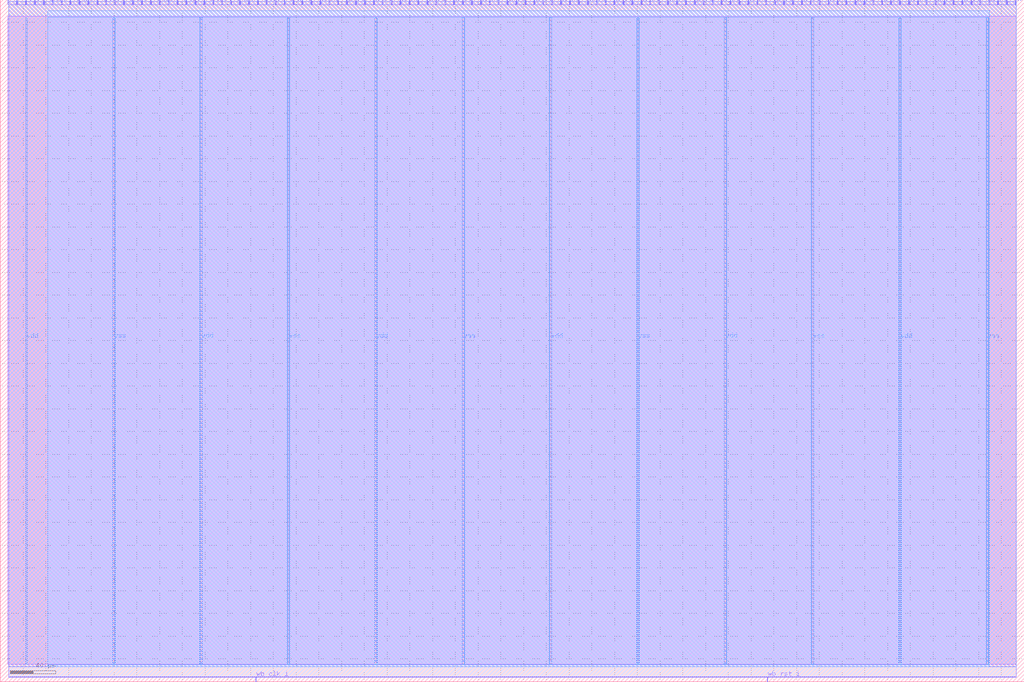
<source format=lef>
VERSION 5.7 ;
  NOWIREEXTENSIONATPIN ON ;
  DIVIDERCHAR "/" ;
  BUSBITCHARS "[]" ;
MACRO wrapped_as2650
  CLASS BLOCK ;
  FOREIGN wrapped_as2650 ;
  ORIGIN 0.000 0.000 ;
  SIZE 900.000 BY 600.000 ;
  PIN io_in[0]
    DIRECTION INPUT ;
    USE SIGNAL ;
    PORT
      LAYER Metal2 ;
        RECT 6.720 596.000 7.280 600.000 ;
    END
  END io_in[0]
  PIN io_in[10]
    DIRECTION INPUT ;
    USE SIGNAL ;
    PORT
      LAYER Metal2 ;
        RECT 241.920 596.000 242.480 600.000 ;
    END
  END io_in[10]
  PIN io_in[11]
    DIRECTION INPUT ;
    USE SIGNAL ;
    PORT
      LAYER Metal2 ;
        RECT 265.440 596.000 266.000 600.000 ;
    END
  END io_in[11]
  PIN io_in[12]
    DIRECTION INPUT ;
    USE SIGNAL ;
    PORT
      LAYER Metal2 ;
        RECT 288.960 596.000 289.520 600.000 ;
    END
  END io_in[12]
  PIN io_in[13]
    DIRECTION INPUT ;
    USE SIGNAL ;
    PORT
      LAYER Metal2 ;
        RECT 312.480 596.000 313.040 600.000 ;
    END
  END io_in[13]
  PIN io_in[14]
    DIRECTION INPUT ;
    USE SIGNAL ;
    PORT
      LAYER Metal2 ;
        RECT 336.000 596.000 336.560 600.000 ;
    END
  END io_in[14]
  PIN io_in[15]
    DIRECTION INPUT ;
    USE SIGNAL ;
    PORT
      LAYER Metal2 ;
        RECT 359.520 596.000 360.080 600.000 ;
    END
  END io_in[15]
  PIN io_in[16]
    DIRECTION INPUT ;
    USE SIGNAL ;
    PORT
      LAYER Metal2 ;
        RECT 383.040 596.000 383.600 600.000 ;
    END
  END io_in[16]
  PIN io_in[17]
    DIRECTION INPUT ;
    USE SIGNAL ;
    PORT
      LAYER Metal2 ;
        RECT 406.560 596.000 407.120 600.000 ;
    END
  END io_in[17]
  PIN io_in[18]
    DIRECTION INPUT ;
    USE SIGNAL ;
    PORT
      LAYER Metal2 ;
        RECT 430.080 596.000 430.640 600.000 ;
    END
  END io_in[18]
  PIN io_in[19]
    DIRECTION INPUT ;
    USE SIGNAL ;
    PORT
      LAYER Metal2 ;
        RECT 453.600 596.000 454.160 600.000 ;
    END
  END io_in[19]
  PIN io_in[1]
    DIRECTION INPUT ;
    USE SIGNAL ;
    PORT
      LAYER Metal2 ;
        RECT 30.240 596.000 30.800 600.000 ;
    END
  END io_in[1]
  PIN io_in[20]
    DIRECTION INPUT ;
    USE SIGNAL ;
    PORT
      LAYER Metal2 ;
        RECT 477.120 596.000 477.680 600.000 ;
    END
  END io_in[20]
  PIN io_in[21]
    DIRECTION INPUT ;
    USE SIGNAL ;
    PORT
      LAYER Metal2 ;
        RECT 500.640 596.000 501.200 600.000 ;
    END
  END io_in[21]
  PIN io_in[22]
    DIRECTION INPUT ;
    USE SIGNAL ;
    PORT
      LAYER Metal2 ;
        RECT 524.160 596.000 524.720 600.000 ;
    END
  END io_in[22]
  PIN io_in[23]
    DIRECTION INPUT ;
    USE SIGNAL ;
    PORT
      LAYER Metal2 ;
        RECT 547.680 596.000 548.240 600.000 ;
    END
  END io_in[23]
  PIN io_in[24]
    DIRECTION INPUT ;
    USE SIGNAL ;
    PORT
      LAYER Metal2 ;
        RECT 571.200 596.000 571.760 600.000 ;
    END
  END io_in[24]
  PIN io_in[25]
    DIRECTION INPUT ;
    USE SIGNAL ;
    PORT
      LAYER Metal2 ;
        RECT 594.720 596.000 595.280 600.000 ;
    END
  END io_in[25]
  PIN io_in[26]
    DIRECTION INPUT ;
    USE SIGNAL ;
    PORT
      LAYER Metal2 ;
        RECT 618.240 596.000 618.800 600.000 ;
    END
  END io_in[26]
  PIN io_in[27]
    DIRECTION INPUT ;
    USE SIGNAL ;
    PORT
      LAYER Metal2 ;
        RECT 641.760 596.000 642.320 600.000 ;
    END
  END io_in[27]
  PIN io_in[28]
    DIRECTION INPUT ;
    USE SIGNAL ;
    PORT
      LAYER Metal2 ;
        RECT 665.280 596.000 665.840 600.000 ;
    END
  END io_in[28]
  PIN io_in[29]
    DIRECTION INPUT ;
    USE SIGNAL ;
    PORT
      LAYER Metal2 ;
        RECT 688.800 596.000 689.360 600.000 ;
    END
  END io_in[29]
  PIN io_in[2]
    DIRECTION INPUT ;
    USE SIGNAL ;
    PORT
      LAYER Metal2 ;
        RECT 53.760 596.000 54.320 600.000 ;
    END
  END io_in[2]
  PIN io_in[30]
    DIRECTION INPUT ;
    USE SIGNAL ;
    PORT
      LAYER Metal2 ;
        RECT 712.320 596.000 712.880 600.000 ;
    END
  END io_in[30]
  PIN io_in[31]
    DIRECTION INPUT ;
    USE SIGNAL ;
    PORT
      LAYER Metal2 ;
        RECT 735.840 596.000 736.400 600.000 ;
    END
  END io_in[31]
  PIN io_in[32]
    DIRECTION INPUT ;
    USE SIGNAL ;
    PORT
      LAYER Metal2 ;
        RECT 759.360 596.000 759.920 600.000 ;
    END
  END io_in[32]
  PIN io_in[33]
    DIRECTION INPUT ;
    USE SIGNAL ;
    PORT
      LAYER Metal2 ;
        RECT 782.880 596.000 783.440 600.000 ;
    END
  END io_in[33]
  PIN io_in[34]
    DIRECTION INPUT ;
    USE SIGNAL ;
    PORT
      LAYER Metal2 ;
        RECT 806.400 596.000 806.960 600.000 ;
    END
  END io_in[34]
  PIN io_in[35]
    DIRECTION INPUT ;
    USE SIGNAL ;
    PORT
      LAYER Metal2 ;
        RECT 829.920 596.000 830.480 600.000 ;
    END
  END io_in[35]
  PIN io_in[36]
    DIRECTION INPUT ;
    USE SIGNAL ;
    PORT
      LAYER Metal2 ;
        RECT 853.440 596.000 854.000 600.000 ;
    END
  END io_in[36]
  PIN io_in[37]
    DIRECTION INPUT ;
    USE SIGNAL ;
    PORT
      LAYER Metal2 ;
        RECT 876.960 596.000 877.520 600.000 ;
    END
  END io_in[37]
  PIN io_in[3]
    DIRECTION INPUT ;
    USE SIGNAL ;
    PORT
      LAYER Metal2 ;
        RECT 77.280 596.000 77.840 600.000 ;
    END
  END io_in[3]
  PIN io_in[4]
    DIRECTION INPUT ;
    USE SIGNAL ;
    PORT
      LAYER Metal2 ;
        RECT 100.800 596.000 101.360 600.000 ;
    END
  END io_in[4]
  PIN io_in[5]
    DIRECTION INPUT ;
    USE SIGNAL ;
    PORT
      LAYER Metal2 ;
        RECT 124.320 596.000 124.880 600.000 ;
    END
  END io_in[5]
  PIN io_in[6]
    DIRECTION INPUT ;
    USE SIGNAL ;
    PORT
      LAYER Metal2 ;
        RECT 147.840 596.000 148.400 600.000 ;
    END
  END io_in[6]
  PIN io_in[7]
    DIRECTION INPUT ;
    USE SIGNAL ;
    PORT
      LAYER Metal2 ;
        RECT 171.360 596.000 171.920 600.000 ;
    END
  END io_in[7]
  PIN io_in[8]
    DIRECTION INPUT ;
    USE SIGNAL ;
    PORT
      LAYER Metal2 ;
        RECT 194.880 596.000 195.440 600.000 ;
    END
  END io_in[8]
  PIN io_in[9]
    DIRECTION INPUT ;
    USE SIGNAL ;
    PORT
      LAYER Metal2 ;
        RECT 218.400 596.000 218.960 600.000 ;
    END
  END io_in[9]
  PIN io_oeb[0]
    DIRECTION OUTPUT TRISTATE ;
    USE SIGNAL ;
    PORT
      LAYER Metal2 ;
        RECT 14.560 596.000 15.120 600.000 ;
    END
  END io_oeb[0]
  PIN io_oeb[10]
    DIRECTION OUTPUT TRISTATE ;
    USE SIGNAL ;
    PORT
      LAYER Metal2 ;
        RECT 249.760 596.000 250.320 600.000 ;
    END
  END io_oeb[10]
  PIN io_oeb[11]
    DIRECTION OUTPUT TRISTATE ;
    USE SIGNAL ;
    PORT
      LAYER Metal2 ;
        RECT 273.280 596.000 273.840 600.000 ;
    END
  END io_oeb[11]
  PIN io_oeb[12]
    DIRECTION OUTPUT TRISTATE ;
    USE SIGNAL ;
    PORT
      LAYER Metal2 ;
        RECT 296.800 596.000 297.360 600.000 ;
    END
  END io_oeb[12]
  PIN io_oeb[13]
    DIRECTION OUTPUT TRISTATE ;
    USE SIGNAL ;
    PORT
      LAYER Metal2 ;
        RECT 320.320 596.000 320.880 600.000 ;
    END
  END io_oeb[13]
  PIN io_oeb[14]
    DIRECTION OUTPUT TRISTATE ;
    USE SIGNAL ;
    PORT
      LAYER Metal2 ;
        RECT 343.840 596.000 344.400 600.000 ;
    END
  END io_oeb[14]
  PIN io_oeb[15]
    DIRECTION OUTPUT TRISTATE ;
    USE SIGNAL ;
    PORT
      LAYER Metal2 ;
        RECT 367.360 596.000 367.920 600.000 ;
    END
  END io_oeb[15]
  PIN io_oeb[16]
    DIRECTION OUTPUT TRISTATE ;
    USE SIGNAL ;
    PORT
      LAYER Metal2 ;
        RECT 390.880 596.000 391.440 600.000 ;
    END
  END io_oeb[16]
  PIN io_oeb[17]
    DIRECTION OUTPUT TRISTATE ;
    USE SIGNAL ;
    PORT
      LAYER Metal2 ;
        RECT 414.400 596.000 414.960 600.000 ;
    END
  END io_oeb[17]
  PIN io_oeb[18]
    DIRECTION OUTPUT TRISTATE ;
    USE SIGNAL ;
    PORT
      LAYER Metal2 ;
        RECT 437.920 596.000 438.480 600.000 ;
    END
  END io_oeb[18]
  PIN io_oeb[19]
    DIRECTION OUTPUT TRISTATE ;
    USE SIGNAL ;
    PORT
      LAYER Metal2 ;
        RECT 461.440 596.000 462.000 600.000 ;
    END
  END io_oeb[19]
  PIN io_oeb[1]
    DIRECTION OUTPUT TRISTATE ;
    USE SIGNAL ;
    PORT
      LAYER Metal2 ;
        RECT 38.080 596.000 38.640 600.000 ;
    END
  END io_oeb[1]
  PIN io_oeb[20]
    DIRECTION OUTPUT TRISTATE ;
    USE SIGNAL ;
    PORT
      LAYER Metal2 ;
        RECT 484.960 596.000 485.520 600.000 ;
    END
  END io_oeb[20]
  PIN io_oeb[21]
    DIRECTION OUTPUT TRISTATE ;
    USE SIGNAL ;
    PORT
      LAYER Metal2 ;
        RECT 508.480 596.000 509.040 600.000 ;
    END
  END io_oeb[21]
  PIN io_oeb[22]
    DIRECTION OUTPUT TRISTATE ;
    USE SIGNAL ;
    PORT
      LAYER Metal2 ;
        RECT 532.000 596.000 532.560 600.000 ;
    END
  END io_oeb[22]
  PIN io_oeb[23]
    DIRECTION OUTPUT TRISTATE ;
    USE SIGNAL ;
    PORT
      LAYER Metal2 ;
        RECT 555.520 596.000 556.080 600.000 ;
    END
  END io_oeb[23]
  PIN io_oeb[24]
    DIRECTION OUTPUT TRISTATE ;
    USE SIGNAL ;
    PORT
      LAYER Metal2 ;
        RECT 579.040 596.000 579.600 600.000 ;
    END
  END io_oeb[24]
  PIN io_oeb[25]
    DIRECTION OUTPUT TRISTATE ;
    USE SIGNAL ;
    PORT
      LAYER Metal2 ;
        RECT 602.560 596.000 603.120 600.000 ;
    END
  END io_oeb[25]
  PIN io_oeb[26]
    DIRECTION OUTPUT TRISTATE ;
    USE SIGNAL ;
    PORT
      LAYER Metal2 ;
        RECT 626.080 596.000 626.640 600.000 ;
    END
  END io_oeb[26]
  PIN io_oeb[27]
    DIRECTION OUTPUT TRISTATE ;
    USE SIGNAL ;
    PORT
      LAYER Metal2 ;
        RECT 649.600 596.000 650.160 600.000 ;
    END
  END io_oeb[27]
  PIN io_oeb[28]
    DIRECTION OUTPUT TRISTATE ;
    USE SIGNAL ;
    PORT
      LAYER Metal2 ;
        RECT 673.120 596.000 673.680 600.000 ;
    END
  END io_oeb[28]
  PIN io_oeb[29]
    DIRECTION OUTPUT TRISTATE ;
    USE SIGNAL ;
    PORT
      LAYER Metal2 ;
        RECT 696.640 596.000 697.200 600.000 ;
    END
  END io_oeb[29]
  PIN io_oeb[2]
    DIRECTION OUTPUT TRISTATE ;
    USE SIGNAL ;
    PORT
      LAYER Metal2 ;
        RECT 61.600 596.000 62.160 600.000 ;
    END
  END io_oeb[2]
  PIN io_oeb[30]
    DIRECTION OUTPUT TRISTATE ;
    USE SIGNAL ;
    PORT
      LAYER Metal2 ;
        RECT 720.160 596.000 720.720 600.000 ;
    END
  END io_oeb[30]
  PIN io_oeb[31]
    DIRECTION OUTPUT TRISTATE ;
    USE SIGNAL ;
    PORT
      LAYER Metal2 ;
        RECT 743.680 596.000 744.240 600.000 ;
    END
  END io_oeb[31]
  PIN io_oeb[32]
    DIRECTION OUTPUT TRISTATE ;
    USE SIGNAL ;
    PORT
      LAYER Metal2 ;
        RECT 767.200 596.000 767.760 600.000 ;
    END
  END io_oeb[32]
  PIN io_oeb[33]
    DIRECTION OUTPUT TRISTATE ;
    USE SIGNAL ;
    PORT
      LAYER Metal2 ;
        RECT 790.720 596.000 791.280 600.000 ;
    END
  END io_oeb[33]
  PIN io_oeb[34]
    DIRECTION OUTPUT TRISTATE ;
    USE SIGNAL ;
    PORT
      LAYER Metal2 ;
        RECT 814.240 596.000 814.800 600.000 ;
    END
  END io_oeb[34]
  PIN io_oeb[35]
    DIRECTION OUTPUT TRISTATE ;
    USE SIGNAL ;
    PORT
      LAYER Metal2 ;
        RECT 837.760 596.000 838.320 600.000 ;
    END
  END io_oeb[35]
  PIN io_oeb[36]
    DIRECTION OUTPUT TRISTATE ;
    USE SIGNAL ;
    PORT
      LAYER Metal2 ;
        RECT 861.280 596.000 861.840 600.000 ;
    END
  END io_oeb[36]
  PIN io_oeb[37]
    DIRECTION OUTPUT TRISTATE ;
    USE SIGNAL ;
    PORT
      LAYER Metal2 ;
        RECT 884.800 596.000 885.360 600.000 ;
    END
  END io_oeb[37]
  PIN io_oeb[3]
    DIRECTION OUTPUT TRISTATE ;
    USE SIGNAL ;
    PORT
      LAYER Metal2 ;
        RECT 85.120 596.000 85.680 600.000 ;
    END
  END io_oeb[3]
  PIN io_oeb[4]
    DIRECTION OUTPUT TRISTATE ;
    USE SIGNAL ;
    PORT
      LAYER Metal2 ;
        RECT 108.640 596.000 109.200 600.000 ;
    END
  END io_oeb[4]
  PIN io_oeb[5]
    DIRECTION OUTPUT TRISTATE ;
    USE SIGNAL ;
    PORT
      LAYER Metal2 ;
        RECT 132.160 596.000 132.720 600.000 ;
    END
  END io_oeb[5]
  PIN io_oeb[6]
    DIRECTION OUTPUT TRISTATE ;
    USE SIGNAL ;
    PORT
      LAYER Metal2 ;
        RECT 155.680 596.000 156.240 600.000 ;
    END
  END io_oeb[6]
  PIN io_oeb[7]
    DIRECTION OUTPUT TRISTATE ;
    USE SIGNAL ;
    PORT
      LAYER Metal2 ;
        RECT 179.200 596.000 179.760 600.000 ;
    END
  END io_oeb[7]
  PIN io_oeb[8]
    DIRECTION OUTPUT TRISTATE ;
    USE SIGNAL ;
    PORT
      LAYER Metal2 ;
        RECT 202.720 596.000 203.280 600.000 ;
    END
  END io_oeb[8]
  PIN io_oeb[9]
    DIRECTION OUTPUT TRISTATE ;
    USE SIGNAL ;
    PORT
      LAYER Metal2 ;
        RECT 226.240 596.000 226.800 600.000 ;
    END
  END io_oeb[9]
  PIN io_out[0]
    DIRECTION OUTPUT TRISTATE ;
    USE SIGNAL ;
    PORT
      LAYER Metal2 ;
        RECT 22.400 596.000 22.960 600.000 ;
    END
  END io_out[0]
  PIN io_out[10]
    DIRECTION OUTPUT TRISTATE ;
    USE SIGNAL ;
    PORT
      LAYER Metal2 ;
        RECT 257.600 596.000 258.160 600.000 ;
    END
  END io_out[10]
  PIN io_out[11]
    DIRECTION OUTPUT TRISTATE ;
    USE SIGNAL ;
    PORT
      LAYER Metal2 ;
        RECT 281.120 596.000 281.680 600.000 ;
    END
  END io_out[11]
  PIN io_out[12]
    DIRECTION OUTPUT TRISTATE ;
    USE SIGNAL ;
    PORT
      LAYER Metal2 ;
        RECT 304.640 596.000 305.200 600.000 ;
    END
  END io_out[12]
  PIN io_out[13]
    DIRECTION OUTPUT TRISTATE ;
    USE SIGNAL ;
    PORT
      LAYER Metal2 ;
        RECT 328.160 596.000 328.720 600.000 ;
    END
  END io_out[13]
  PIN io_out[14]
    DIRECTION OUTPUT TRISTATE ;
    USE SIGNAL ;
    PORT
      LAYER Metal2 ;
        RECT 351.680 596.000 352.240 600.000 ;
    END
  END io_out[14]
  PIN io_out[15]
    DIRECTION OUTPUT TRISTATE ;
    USE SIGNAL ;
    PORT
      LAYER Metal2 ;
        RECT 375.200 596.000 375.760 600.000 ;
    END
  END io_out[15]
  PIN io_out[16]
    DIRECTION OUTPUT TRISTATE ;
    USE SIGNAL ;
    PORT
      LAYER Metal2 ;
        RECT 398.720 596.000 399.280 600.000 ;
    END
  END io_out[16]
  PIN io_out[17]
    DIRECTION OUTPUT TRISTATE ;
    USE SIGNAL ;
    PORT
      LAYER Metal2 ;
        RECT 422.240 596.000 422.800 600.000 ;
    END
  END io_out[17]
  PIN io_out[18]
    DIRECTION OUTPUT TRISTATE ;
    USE SIGNAL ;
    PORT
      LAYER Metal2 ;
        RECT 445.760 596.000 446.320 600.000 ;
    END
  END io_out[18]
  PIN io_out[19]
    DIRECTION OUTPUT TRISTATE ;
    USE SIGNAL ;
    PORT
      LAYER Metal2 ;
        RECT 469.280 596.000 469.840 600.000 ;
    END
  END io_out[19]
  PIN io_out[1]
    DIRECTION OUTPUT TRISTATE ;
    USE SIGNAL ;
    PORT
      LAYER Metal2 ;
        RECT 45.920 596.000 46.480 600.000 ;
    END
  END io_out[1]
  PIN io_out[20]
    DIRECTION OUTPUT TRISTATE ;
    USE SIGNAL ;
    PORT
      LAYER Metal2 ;
        RECT 492.800 596.000 493.360 600.000 ;
    END
  END io_out[20]
  PIN io_out[21]
    DIRECTION OUTPUT TRISTATE ;
    USE SIGNAL ;
    PORT
      LAYER Metal2 ;
        RECT 516.320 596.000 516.880 600.000 ;
    END
  END io_out[21]
  PIN io_out[22]
    DIRECTION OUTPUT TRISTATE ;
    USE SIGNAL ;
    PORT
      LAYER Metal2 ;
        RECT 539.840 596.000 540.400 600.000 ;
    END
  END io_out[22]
  PIN io_out[23]
    DIRECTION OUTPUT TRISTATE ;
    USE SIGNAL ;
    PORT
      LAYER Metal2 ;
        RECT 563.360 596.000 563.920 600.000 ;
    END
  END io_out[23]
  PIN io_out[24]
    DIRECTION OUTPUT TRISTATE ;
    USE SIGNAL ;
    PORT
      LAYER Metal2 ;
        RECT 586.880 596.000 587.440 600.000 ;
    END
  END io_out[24]
  PIN io_out[25]
    DIRECTION OUTPUT TRISTATE ;
    USE SIGNAL ;
    PORT
      LAYER Metal2 ;
        RECT 610.400 596.000 610.960 600.000 ;
    END
  END io_out[25]
  PIN io_out[26]
    DIRECTION OUTPUT TRISTATE ;
    USE SIGNAL ;
    PORT
      LAYER Metal2 ;
        RECT 633.920 596.000 634.480 600.000 ;
    END
  END io_out[26]
  PIN io_out[27]
    DIRECTION OUTPUT TRISTATE ;
    USE SIGNAL ;
    PORT
      LAYER Metal2 ;
        RECT 657.440 596.000 658.000 600.000 ;
    END
  END io_out[27]
  PIN io_out[28]
    DIRECTION OUTPUT TRISTATE ;
    USE SIGNAL ;
    PORT
      LAYER Metal2 ;
        RECT 680.960 596.000 681.520 600.000 ;
    END
  END io_out[28]
  PIN io_out[29]
    DIRECTION OUTPUT TRISTATE ;
    USE SIGNAL ;
    PORT
      LAYER Metal2 ;
        RECT 704.480 596.000 705.040 600.000 ;
    END
  END io_out[29]
  PIN io_out[2]
    DIRECTION OUTPUT TRISTATE ;
    USE SIGNAL ;
    PORT
      LAYER Metal2 ;
        RECT 69.440 596.000 70.000 600.000 ;
    END
  END io_out[2]
  PIN io_out[30]
    DIRECTION OUTPUT TRISTATE ;
    USE SIGNAL ;
    PORT
      LAYER Metal2 ;
        RECT 728.000 596.000 728.560 600.000 ;
    END
  END io_out[30]
  PIN io_out[31]
    DIRECTION OUTPUT TRISTATE ;
    USE SIGNAL ;
    PORT
      LAYER Metal2 ;
        RECT 751.520 596.000 752.080 600.000 ;
    END
  END io_out[31]
  PIN io_out[32]
    DIRECTION OUTPUT TRISTATE ;
    USE SIGNAL ;
    PORT
      LAYER Metal2 ;
        RECT 775.040 596.000 775.600 600.000 ;
    END
  END io_out[32]
  PIN io_out[33]
    DIRECTION OUTPUT TRISTATE ;
    USE SIGNAL ;
    PORT
      LAYER Metal2 ;
        RECT 798.560 596.000 799.120 600.000 ;
    END
  END io_out[33]
  PIN io_out[34]
    DIRECTION OUTPUT TRISTATE ;
    USE SIGNAL ;
    PORT
      LAYER Metal2 ;
        RECT 822.080 596.000 822.640 600.000 ;
    END
  END io_out[34]
  PIN io_out[35]
    DIRECTION OUTPUT TRISTATE ;
    USE SIGNAL ;
    PORT
      LAYER Metal2 ;
        RECT 845.600 596.000 846.160 600.000 ;
    END
  END io_out[35]
  PIN io_out[36]
    DIRECTION OUTPUT TRISTATE ;
    USE SIGNAL ;
    PORT
      LAYER Metal2 ;
        RECT 869.120 596.000 869.680 600.000 ;
    END
  END io_out[36]
  PIN io_out[37]
    DIRECTION OUTPUT TRISTATE ;
    USE SIGNAL ;
    PORT
      LAYER Metal2 ;
        RECT 892.640 596.000 893.200 600.000 ;
    END
  END io_out[37]
  PIN io_out[3]
    DIRECTION OUTPUT TRISTATE ;
    USE SIGNAL ;
    PORT
      LAYER Metal2 ;
        RECT 92.960 596.000 93.520 600.000 ;
    END
  END io_out[3]
  PIN io_out[4]
    DIRECTION OUTPUT TRISTATE ;
    USE SIGNAL ;
    PORT
      LAYER Metal2 ;
        RECT 116.480 596.000 117.040 600.000 ;
    END
  END io_out[4]
  PIN io_out[5]
    DIRECTION OUTPUT TRISTATE ;
    USE SIGNAL ;
    PORT
      LAYER Metal2 ;
        RECT 140.000 596.000 140.560 600.000 ;
    END
  END io_out[5]
  PIN io_out[6]
    DIRECTION OUTPUT TRISTATE ;
    USE SIGNAL ;
    PORT
      LAYER Metal2 ;
        RECT 163.520 596.000 164.080 600.000 ;
    END
  END io_out[6]
  PIN io_out[7]
    DIRECTION OUTPUT TRISTATE ;
    USE SIGNAL ;
    PORT
      LAYER Metal2 ;
        RECT 187.040 596.000 187.600 600.000 ;
    END
  END io_out[7]
  PIN io_out[8]
    DIRECTION OUTPUT TRISTATE ;
    USE SIGNAL ;
    PORT
      LAYER Metal2 ;
        RECT 210.560 596.000 211.120 600.000 ;
    END
  END io_out[8]
  PIN io_out[9]
    DIRECTION OUTPUT TRISTATE ;
    USE SIGNAL ;
    PORT
      LAYER Metal2 ;
        RECT 234.080 596.000 234.640 600.000 ;
    END
  END io_out[9]
  PIN vdd
    DIRECTION INOUT ;
    USE POWER ;
    PORT
      LAYER Metal4 ;
        RECT 22.240 15.380 23.840 584.380 ;
    END
    PORT
      LAYER Metal4 ;
        RECT 175.840 15.380 177.440 584.380 ;
    END
    PORT
      LAYER Metal4 ;
        RECT 329.440 15.380 331.040 584.380 ;
    END
    PORT
      LAYER Metal4 ;
        RECT 483.040 15.380 484.640 584.380 ;
    END
    PORT
      LAYER Metal4 ;
        RECT 636.640 15.380 638.240 584.380 ;
    END
    PORT
      LAYER Metal4 ;
        RECT 790.240 15.380 791.840 584.380 ;
    END
  END vdd
  PIN vss
    DIRECTION INOUT ;
    USE GROUND ;
    PORT
      LAYER Metal4 ;
        RECT 99.040 15.380 100.640 584.380 ;
    END
    PORT
      LAYER Metal4 ;
        RECT 252.640 15.380 254.240 584.380 ;
    END
    PORT
      LAYER Metal4 ;
        RECT 406.240 15.380 407.840 584.380 ;
    END
    PORT
      LAYER Metal4 ;
        RECT 559.840 15.380 561.440 584.380 ;
    END
    PORT
      LAYER Metal4 ;
        RECT 713.440 15.380 715.040 584.380 ;
    END
    PORT
      LAYER Metal4 ;
        RECT 867.040 15.380 868.640 584.380 ;
    END
  END vss
  PIN wb_clk_i
    DIRECTION INPUT ;
    USE SIGNAL ;
    PORT
      LAYER Metal2 ;
        RECT 224.560 0.000 225.120 4.000 ;
    END
  END wb_clk_i
  PIN wb_rst_i
    DIRECTION INPUT ;
    USE SIGNAL ;
    PORT
      LAYER Metal2 ;
        RECT 674.240 0.000 674.800 4.000 ;
    END
  END wb_rst_i
  OBS
      LAYER Metal1 ;
        RECT 6.720 15.380 893.200 585.610 ;
      LAYER Metal2 ;
        RECT 7.580 595.700 14.260 598.550 ;
        RECT 15.420 595.700 22.100 598.550 ;
        RECT 23.260 595.700 29.940 598.550 ;
        RECT 31.100 595.700 37.780 598.550 ;
        RECT 38.940 595.700 45.620 598.550 ;
        RECT 46.780 595.700 53.460 598.550 ;
        RECT 54.620 595.700 61.300 598.550 ;
        RECT 62.460 595.700 69.140 598.550 ;
        RECT 70.300 595.700 76.980 598.550 ;
        RECT 78.140 595.700 84.820 598.550 ;
        RECT 85.980 595.700 92.660 598.550 ;
        RECT 93.820 595.700 100.500 598.550 ;
        RECT 101.660 595.700 108.340 598.550 ;
        RECT 109.500 595.700 116.180 598.550 ;
        RECT 117.340 595.700 124.020 598.550 ;
        RECT 125.180 595.700 131.860 598.550 ;
        RECT 133.020 595.700 139.700 598.550 ;
        RECT 140.860 595.700 147.540 598.550 ;
        RECT 148.700 595.700 155.380 598.550 ;
        RECT 156.540 595.700 163.220 598.550 ;
        RECT 164.380 595.700 171.060 598.550 ;
        RECT 172.220 595.700 178.900 598.550 ;
        RECT 180.060 595.700 186.740 598.550 ;
        RECT 187.900 595.700 194.580 598.550 ;
        RECT 195.740 595.700 202.420 598.550 ;
        RECT 203.580 595.700 210.260 598.550 ;
        RECT 211.420 595.700 218.100 598.550 ;
        RECT 219.260 595.700 225.940 598.550 ;
        RECT 227.100 595.700 233.780 598.550 ;
        RECT 234.940 595.700 241.620 598.550 ;
        RECT 242.780 595.700 249.460 598.550 ;
        RECT 250.620 595.700 257.300 598.550 ;
        RECT 258.460 595.700 265.140 598.550 ;
        RECT 266.300 595.700 272.980 598.550 ;
        RECT 274.140 595.700 280.820 598.550 ;
        RECT 281.980 595.700 288.660 598.550 ;
        RECT 289.820 595.700 296.500 598.550 ;
        RECT 297.660 595.700 304.340 598.550 ;
        RECT 305.500 595.700 312.180 598.550 ;
        RECT 313.340 595.700 320.020 598.550 ;
        RECT 321.180 595.700 327.860 598.550 ;
        RECT 329.020 595.700 335.700 598.550 ;
        RECT 336.860 595.700 343.540 598.550 ;
        RECT 344.700 595.700 351.380 598.550 ;
        RECT 352.540 595.700 359.220 598.550 ;
        RECT 360.380 595.700 367.060 598.550 ;
        RECT 368.220 595.700 374.900 598.550 ;
        RECT 376.060 595.700 382.740 598.550 ;
        RECT 383.900 595.700 390.580 598.550 ;
        RECT 391.740 595.700 398.420 598.550 ;
        RECT 399.580 595.700 406.260 598.550 ;
        RECT 407.420 595.700 414.100 598.550 ;
        RECT 415.260 595.700 421.940 598.550 ;
        RECT 423.100 595.700 429.780 598.550 ;
        RECT 430.940 595.700 437.620 598.550 ;
        RECT 438.780 595.700 445.460 598.550 ;
        RECT 446.620 595.700 453.300 598.550 ;
        RECT 454.460 595.700 461.140 598.550 ;
        RECT 462.300 595.700 468.980 598.550 ;
        RECT 470.140 595.700 476.820 598.550 ;
        RECT 477.980 595.700 484.660 598.550 ;
        RECT 485.820 595.700 492.500 598.550 ;
        RECT 493.660 595.700 500.340 598.550 ;
        RECT 501.500 595.700 508.180 598.550 ;
        RECT 509.340 595.700 516.020 598.550 ;
        RECT 517.180 595.700 523.860 598.550 ;
        RECT 525.020 595.700 531.700 598.550 ;
        RECT 532.860 595.700 539.540 598.550 ;
        RECT 540.700 595.700 547.380 598.550 ;
        RECT 548.540 595.700 555.220 598.550 ;
        RECT 556.380 595.700 563.060 598.550 ;
        RECT 564.220 595.700 570.900 598.550 ;
        RECT 572.060 595.700 578.740 598.550 ;
        RECT 579.900 595.700 586.580 598.550 ;
        RECT 587.740 595.700 594.420 598.550 ;
        RECT 595.580 595.700 602.260 598.550 ;
        RECT 603.420 595.700 610.100 598.550 ;
        RECT 611.260 595.700 617.940 598.550 ;
        RECT 619.100 595.700 625.780 598.550 ;
        RECT 626.940 595.700 633.620 598.550 ;
        RECT 634.780 595.700 641.460 598.550 ;
        RECT 642.620 595.700 649.300 598.550 ;
        RECT 650.460 595.700 657.140 598.550 ;
        RECT 658.300 595.700 664.980 598.550 ;
        RECT 666.140 595.700 672.820 598.550 ;
        RECT 673.980 595.700 680.660 598.550 ;
        RECT 681.820 595.700 688.500 598.550 ;
        RECT 689.660 595.700 696.340 598.550 ;
        RECT 697.500 595.700 704.180 598.550 ;
        RECT 705.340 595.700 712.020 598.550 ;
        RECT 713.180 595.700 719.860 598.550 ;
        RECT 721.020 595.700 727.700 598.550 ;
        RECT 728.860 595.700 735.540 598.550 ;
        RECT 736.700 595.700 743.380 598.550 ;
        RECT 744.540 595.700 751.220 598.550 ;
        RECT 752.380 595.700 759.060 598.550 ;
        RECT 760.220 595.700 766.900 598.550 ;
        RECT 768.060 595.700 774.740 598.550 ;
        RECT 775.900 595.700 782.580 598.550 ;
        RECT 783.740 595.700 790.420 598.550 ;
        RECT 791.580 595.700 798.260 598.550 ;
        RECT 799.420 595.700 806.100 598.550 ;
        RECT 807.260 595.700 813.940 598.550 ;
        RECT 815.100 595.700 821.780 598.550 ;
        RECT 822.940 595.700 829.620 598.550 ;
        RECT 830.780 595.700 837.460 598.550 ;
        RECT 838.620 595.700 845.300 598.550 ;
        RECT 846.460 595.700 853.140 598.550 ;
        RECT 854.300 595.700 860.980 598.550 ;
        RECT 862.140 595.700 868.820 598.550 ;
        RECT 869.980 595.700 876.660 598.550 ;
        RECT 877.820 595.700 884.500 598.550 ;
        RECT 885.660 595.700 892.340 598.550 ;
        RECT 7.420 4.300 893.060 595.700 ;
        RECT 7.420 4.000 224.260 4.300 ;
        RECT 225.420 4.000 673.940 4.300 ;
        RECT 675.100 4.000 893.060 4.300 ;
      LAYER Metal3 ;
        RECT 7.370 13.020 893.110 598.500 ;
      LAYER Metal4 ;
        RECT 41.580 584.680 869.540 590.150 ;
        RECT 41.580 15.080 98.740 584.680 ;
        RECT 100.940 15.080 175.540 584.680 ;
        RECT 177.740 15.080 252.340 584.680 ;
        RECT 254.540 15.080 329.140 584.680 ;
        RECT 331.340 15.080 405.940 584.680 ;
        RECT 408.140 15.080 482.740 584.680 ;
        RECT 484.940 15.080 559.540 584.680 ;
        RECT 561.740 15.080 636.340 584.680 ;
        RECT 638.540 15.080 713.140 584.680 ;
        RECT 715.340 15.080 789.940 584.680 ;
        RECT 792.140 15.080 866.740 584.680 ;
        RECT 868.940 15.080 869.540 584.680 ;
        RECT 41.580 12.970 869.540 15.080 ;
  END
END wrapped_as2650
END LIBRARY


</source>
